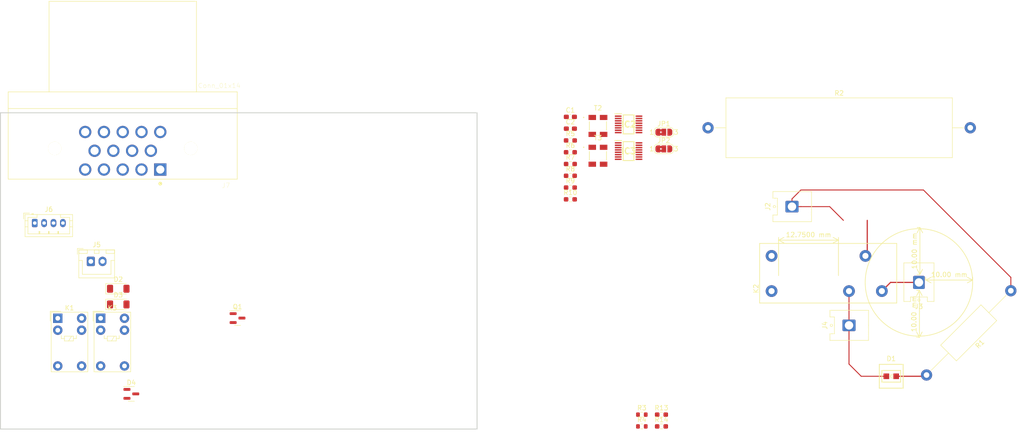
<source format=kicad_pcb>
(kicad_pcb (version 20221018) (generator pcbnew)
  (layers (0 "F.Cu" signal) (31 "B.Cu" signal) (34 "B.Paste" user) (35 "F.Paste" user) (36 "B.SilkS" user "B.Silkscreen") (37 "F.SilkS" user "F.Silkscreen") (38 "B.Mask" user) (39 "F.Mask" user) (44 "Edge.Cuts" user))
  (net 0 "")
  (net 1 "+3.3V")
  (net 2 "GND")
  (net 3 "/INT-")
  (net 4 "Net-(D1-A)")
  (net 5 "/AIR_B-")
  (net 6 "Net-(D2-A)")
  (net 7 "/MAIN_CONT")
  (net 8 "/AIR_B+")
  (net 9 "/FAN_OUT")
  (net 10 "/MOSI")
  (net 11 "/MISO")
  (net 12 "/SCK")
  (net 13 "/CS2")
  (net 14 "Net-(IC2-IM)")
  (net 15 "Net-(IC2-IP)")
  (net 16 "Net-(IC2-SLOW)")
  (net 17 "Net-(IC2-ICMP)")
  (net 18 "Net-(IC2-IBIAS)")
  (net 19 "/CS1")
  (net 20 "Net-(IC3-IM)")
  (net 21 "Net-(IC3-IP)")
  (net 22 "Net-(IC3-SLOW)")
  (net 23 "Net-(IC3-ICMP)")
  (net 24 "Net-(IC3-IBIAS)")
  (net 25 "/INT+")
  (net 26 "/B+")
  (net 30 "/PRECHARGE")
  (net 31 "+12V")
  (net 32 "/FAN")
  (net 34 "Net-(K2-Pad5)")
  (net 36 "Net-(Q1-B)")
  (net 37 "/IsoSpi/IsoSpi2+")
  (net 38 "/IsoSpi/IsoSpi2-")
  (net 39 "/IsoSpi/IsoSpi1+")
  (net 40 "/IsoSpi/IsoSpi1-")
  (footprint "Connector_Hirose:Hirose_DF63M-1P-3.96DSA_1x01_P3.96mm_Vertical" (layer "F.Cu") (at 250.75 84.7 90)
    (fp_text reference "J2" (at 0 -5.15 90) (layer "F.SilkS"))
    (fp_text value "Conn_01x01")
    (fp_line (start -3.21 -4.06) (end -1.79 -4.06) (stroke (width 0.12)) (layer "F.SilkS"))
    (fp_line (start -3.21 4.16) (end -3.21 -4.06) (stroke (width 0.12)) (layer "F.SilkS"))
    (fp_line (start -1.79 -4.06) (end -1.79 -3.11) (stroke (width 0.12)) (layer "F.SilkS"))
    (fp_line (start -1.79 -3.11) (end 0 -3.11) (stroke (width 0.12)) (layer "F.SilkS"))
    (fp_line (start 0 4.16) (end -3.21 4.16) (stroke (width 0.12)) (layer "F.SilkS"))
    (fp_line (start 0 4.16) (end 3.21 4.16) (stroke (width 0.12)) (layer "F.SilkS"))
    (fp_line (start 1.79 -4.06) (end 1.79 -3.11) (stroke (width 0.12)) (layer "F.SilkS"))
    (fp_line (start 1.79 -3.11) (end 0 -3.11) (stroke (width 0.12)) (layer "F.SilkS"))
    (fp_line (start 3.21 -4.06) (end 1.79 -4.06) (stroke (width 0.12)) (layer "F.SilkS"))
    (fp_line (start 3.21 4.16) (end 3.21 -4.06) (stroke (width 0.12)) (layer "F.SilkS"))
    (fp_circle (center 0 -3.75) (end 0.25 -3.75) (stroke (width 0.12)) (fill none) (layer "F.SilkS"))
    (pad "" np_thru_hole circle (at -1.5 3.25 90) (size 1.6 1.6) (drill 1.6) (layers "*.Cu" "*.Mask"))
    (pad "1" thru_hole roundrect (at 0 0 90) (size 2.46 2.8) (drill 1.8) (layers "*.Cu" "*.Mask") (roundrect_rratio 0.101626) (net 25 "/INT+"))
  )
  (footprint "Relay_THT:Relay_SPDT_Omron_G5V-1" (layer "F.Cu") (at 103.4425 108.4925)
    (fp_text reference "K3" (at 2.5 -2.2) (layer "F.SilkS"))
    (fp_text value "G5V-1")
    (fp_line (start -1.6 -1.5) (end 0.6 -1.5) (stroke (width 0.12)) (layer "F.SilkS"))
    (fp_line (start -1.6 0.6) (end -1.6 -1.5) (stroke (width 0.12)) (layer "F.SilkS"))
    (fp_line (start -1.4 -1.3) (end 6.4 -1.3) (stroke (width 0.12)) (layer "F.SilkS"))
    (fp_line (start -1.4 11.4) (end -1.4 -1.3) (stroke (width 0.12)) (layer "F.SilkS"))
    (fp_line (start 0.762 3.683) (end 0.762 4.318) (stroke (width 0.12)) (layer "F.SilkS"))
    (fp_line (start 0.762 4.318) (end 1.422 4.318) (stroke (width 0.12)) (layer "F.SilkS"))
    (fp_line (start 1.422 3.81) (end 1.422 4.826) (stroke (width 0.12)) (layer "F.SilkS"))
    (fp_line (start 1.422 4.826) (end 3.327 4.826) (stroke (width 0.12)) (layer "F.SilkS"))
    (fp_line (start 2.946 3.81) (end 2.311 4.826) (stroke (width 0.12)) (layer "F.SilkS"))
    (fp_line (start 3.327 3.81) (end 1.422 3.81) (stroke (width 0.12)) (layer "F.SilkS"))
    (fp_line (start 3.327 3.81) (end 3.327 4.826) (stroke (width 0.12)) (layer "F.SilkS"))
    (fp_line (start 3.962 3.683) (end 3.962 4.318) (stroke (width 0.12)) (layer "F.SilkS"))
    (fp_line (start 3.962 4.318) (end 3.327 4.318) (stroke (width 0.12)) (layer "F.SilkS"))
    (fp_line (start 6.4 -1.3) (end 6.4 11.4) (stroke (width 0.12)) (layer "F.SilkS"))
    (fp_line (start 6.4 11.4) (end -1.4 11.4) (stroke (width 0.12)) (layer "F.SilkS"))
    (pad "1" thru_hole rect (at 0 0) (size 2 2) (drill 1) (layers "*.Cu" "*.Mask"))
    (pad "2" thru_hole circle (at 0 2.54) (size 2 2) (drill 1) (layers "*.Cu" "*.Mask") (net 7 "/MAIN_CONT"))
    (pad "5" thru_hole circle (at 0 10.16) (size 2 2) (drill 1) (layers "*.Cu" "*.Mask") (net 8 "/AIR_B+"))
    (pad "6" thru_hole circle (at 5.08 10.16) (size 2 2) (drill 1) (layers "*.Cu" "*.Mask") (net 8 "/AIR_B+"))
    (pad "9" thru_hole circle (at 5.08 2.54) (size 2 2) (drill 1) (layers "*.Cu" "*.Mask") (net 2 "GND"))
    (pad "10" thru_hole circle (at 5.08 0) (size 2 2) (drill 1) (layers "*.Cu" "*.Mask") (net 5 "/AIR_B-"))
  )
  (footprint "AERO_Footprints:LPA-C011301S-x LED 0805 LIGHT PIPE SINGLE VERT SMD" (layer "F.Cu") (at 271.9 120.85)
    (fp_text reference "D1" (at 0 -3.75) (layer "F.SilkS"))
    (fp_text value "LED")
    (fp_line (start -2.54 -2.54) (end 2.54 -2.54) (stroke (width 0.18)) (layer "F.SilkS"))
    (fp_line (start -2.54 2.54) (end -2.54 -2.54) (stroke (width 0.18)) (layer "F.SilkS"))
    (fp_line (start -2 -1.25) (end 2 -1.25) (stroke (width 0.18)) (layer "F.SilkS"))
    (fp_line (start -2 1.25) (end -2 -1.25) (stroke (width 0.18)) (layer "F.SilkS"))
    (fp_line (start -0.25 -0.5) (end -0.25 0.5) (stroke (width 0.1)) (layer "F.SilkS"))
    (fp_line (start -0.25 0) (end 0.25 -0.5) (stroke (width 0.1)) (layer "F.SilkS"))
    (fp_line (start 0.25 -0.5) (end 0.25 0.5) (stroke (width 0.1)) (layer "F.SilkS"))
    (fp_line (start 0.25 0.5) (end -0.25 0) (stroke (width 0.1)) (layer "F.SilkS"))
    (fp_line (start 2 -1.25) (end 2 1.25) (stroke (width 0.18)) (layer "F.SilkS"))
    (fp_line (start 2 1.25) (end -2 1.25) (stroke (width 0.18)) (layer "F.SilkS"))
    (fp_line (start 2.54 -2.54) (end 2.54 2.54) (stroke (width 0.18)) (layer "F.SilkS"))
    (fp_line (start 2.54 2.54) (end -2.54 2.54) (stroke (width 0.18)) (layer "F.SilkS"))
    (pad "" np_thru_hole circle (at -1.89 -1.89) (size 1 1) (drill 1) (layers "*.Cu" "*.Mask"))
    (pad "" np_thru_hole circle (at 1.89 1.89) (size 1 1) (drill 1) (layers "*.Cu" "*.Mask"))
    (pad "1" smd rect (at -1.05 0) (size 1.2 1.2) (layers "F.Cu" "F.Paste" "F.Mask") (net 3 "/INT-"))
    (pad "2" smd rect (at 1.05 0) (size 1.2 1.2) (layers "F.Cu" "F.Paste" "F.Mask") (net 4 "Net-(D1-A)"))
  )
  (footprint "Resistor_SMD:R_0603_1608Metric_Pad0.98x0.95mm_HandSolder" (layer "F.Cu") (at 203.53 70.6)
    (fp_text reference "R5" (at 0 -1.43) (layer "F.SilkS"))
    (fp_text value "60")
    (fp_line (start -0.254724 -0.5225) (end 0.254724 -0.5225) (stroke (width 0.12)) (layer "F.SilkS"))
    (fp_line (start -0.254724 0.5225) (end 0.254724 0.5225) (stroke (width 0.12)) (layer "F.SilkS"))
    (pad "1" smd roundrect (at -0.9125 0) (size 0.975 0.95) (layers "F.Cu" "F.Paste" "F.Mask") (net 15 "Net-(IC2-IP)"))
    (pad "2" smd roundrect (at 0.9125 0) (size 0.975 0.95) (layers "F.Cu" "F.Paste" "F.Mask") (net 14 "Net-(IC2-IM)"))
  )
  (footprint "Resistor_SMD:R_0603_1608Metric_Pad0.98x0.95mm_HandSolder" (layer "F.Cu") (at 203.53 73.11)
    (fp_text reference "R6" (at 0 -1.43) (layer "F.SilkS"))
    (fp_text value "1k")
    (fp_line (start -0.254724 -0.5225) (end 0.254724 -0.5225) (stroke (width 0.12)) (layer "F.SilkS"))
    (fp_line (start -0.254724 0.5225) (end 0.254724 0.5225) (stroke (width 0.12)) (layer "F.SilkS"))
    (pad "1" smd roundrect (at -0.9125 0) (size 0.975 0.95) (layers "F.Cu" "F.Paste" "F.Mask") (net 18 "Net-(IC2-IBIAS)"))
    (pad "2" smd roundrect (at 0.9125 0) (size 0.975 0.95) (layers "F.Cu" "F.Paste" "F.Mask") (net 17 "Net-(IC2-ICMP)"))
  )
  (footprint "Package_TO_SOT_SMD:SOT-23" (layer "F.Cu") (at 109.9875 124.6)
    (fp_text reference "D4" (at 0 -2.4) (layer "F.SilkS"))
    (fp_text value "MMBZxx")
    (fp_line (start 0 -1.56) (end -1.675 -1.56) (stroke (width 0.12)) (layer "F.SilkS"))
    (fp_line (start 0 -1.56) (end 0.65 -1.56) (stroke (width 0.12)) (layer "F.SilkS"))
    (fp_line (start 0 1.56) (end -0.65 1.56) (stroke (width 0.12)) (layer "F.SilkS"))
    (fp_line (start 0 1.56) (end 0.65 1.56) (stroke (width 0.12)) (layer "F.SilkS"))
    (pad "1" smd roundrect (at -0.9375 -0.95) (size 1.475 0.6) (layers "F.Cu" "F.Paste" "F.Mask") (net 5 "/AIR_B-"))
    (pad "2" smd roundrect (at -0.9375 0.95) (size 1.475 0.6) (layers "F.Cu" "F.Paste" "F.Mask") (net 8 "/AIR_B+"))
    (pad "3" smd roundrect (at 0.9375 0) (size 1.475 0.6) (layers "F.Cu" "F.Paste" "F.Mask") (net 2 "GND"))
  )
  (footprint "Jumper:SolderJumper-3_P1.3mm_Bridged2Bar12_RoundedPad1.0x1.5mm_NumberLabels" (layer "F.Cu") (at 223.45 68.85)
    (fp_text reference "JP1" (at 0 -1.8) (layer "F.SilkS"))
    (fp_text value "Fast / Slow")
    (fp_text user "1" (at -2.6 0) (layer "F.SilkS"))
    (fp_text user "3" (at 2.6 0) (layer "F.SilkS"))
    (fp_poly (pts (xy -0.9 -0.6) (xy -0.4 -0.6) (xy -0.4 -0.2) (xy -0.9 -0.2)) (fill solid) (layer "F.Cu"))
    (fp_poly (pts (xy -0.9 0.2) (xy -0.4 0.2) (xy -0.4 0.6) (xy -0.9 0.6)) (fill solid) (layer "F.Cu"))
    (fp_line (start -2.05 0.3) (end -2.05 -0.3) (stroke (width 0.12)) (layer "F.SilkS"))
    (fp_line (start -1.4 -1) (end 1.4 -1) (stroke (width 0.12)) (layer "F.SilkS"))
    (fp_line (start 1.4 1) (end -1.4 1) (stroke (width 0.12)) (layer "F.SilkS"))
    (fp_line (start 2.05 -0.3) (end 2.05 0.3) (stroke (width 0.12)) (layer "F.SilkS"))
    (fp_arc (start -2.05 -0.3) (mid -1.844975 -0.794975) (end -1.35 -1) (stroke (width 0.12)) (layer "F.SilkS"))
    (fp_arc (start -1.35 1) (mid -1.844975 0.794975) (end -2.05 0.3) (stroke (width 0.12)) (layer "F.SilkS"))
    (fp_arc (start 1.35 -1) (mid 1.844975 -0.794975) (end 2.05 -0.3) (stroke (width 0.12)) (layer "F.SilkS"))
    (fp_arc (start 2.05 0.3) (mid 1.844975 0.794975) (end 1.35 1) (stroke (width 0.12)) (layer "F.SilkS"))
    (pad "1" smd custom (at -1.3 0) (size 1 0.5) (layers "F.Cu" "F.Mask") (net 16 "Net-(IC2-SLOW)") (options (clearance outline) (anchor rect)) (primitives (gr_circle (center 0 0.25) (end 0.5 0.25) (width 0) (fill yes)) (gr_circle (center 0 -0.25) (end 0.5 -0.25) (width 0) (fill yes)) (gr_poly (pts (xy 0.55 0.75) (xy 0 0.75) (xy 0 -0.75) (xy 0.55 -0.75)) (width 0) (fill yes))))
    (pad "2" smd rect (at 0 0) (size 1 1.5) (layers "F.Cu" "F.Mask") (net 1 "+3.3V"))
    (pad "3" smd custom (at 1.3 0) (size 1 0.5) (layers "F.Cu" "F.Mask") (net 2 "GND") (options (clearance outline) (anchor rect)) (primitives (gr_circle (center 0 0.25) (end 0.5 0.25) (width 0) (fill yes)) (gr_circle (center 0 -0.25) (end 0.5 -0.25) (width 0) (fill yes)) (gr_poly (pts (xy 0 0.75) (xy -0.55 0.75) (xy -0.55 -0.75) (xy 0 -0.75)) (width 0) (fill yes))))
  )
  (footprint "Connector_JST:JST_XH_B2B-XH-A_1x02_P2.50mm_Vertical" (layer "F.Cu") (at 101.35 96.375)
    (fp_text reference "J5" (at 1.25 -3.55) (layer "F.SilkS"))
    (fp_text value "Conn_01x02")
    (fp_line (start -2.85 -2.75) (end -2.85 -1.5) (stroke (width 0.12)) (layer "F.SilkS"))
    (fp_line (start -2.56 -2.46) (end -2.56 3.51) (stroke (width 0.12)) (layer "F.SilkS"))
    (fp_line (start -2.56 3.51) (end 5.06 3.51) (stroke (width 0.12)) (layer "F.SilkS"))
    (fp_line (start -2.55 -2.45) (end -2.55 -1.7) (stroke (width 0.12)) (layer "F.SilkS"))
    (fp_line (start -2.55 -1.7) (end -0.75 -1.7) (stroke (width 0.12)) (layer "F.SilkS"))
    (fp_line (start -2.55 -0.2) (end -1.8 -0.2) (stroke (width 0.12)) (layer "F.SilkS"))
    (fp_line (start -1.8 -0.2) (end -1.8 2.75) (stroke (width 0.12)) (layer "F.SilkS"))
    (fp_line (start -1.8 2.75) (end 1.25 2.75) (stroke (width 0.12)) (layer "F.SilkS"))
    (fp_line (start -1.6 -2.75) (end -2.85 -2.75) (stroke (width 0.12)) (layer "F.SilkS"))
    (fp_line (start -0.75 -2.45) (end -2.55 -2.45) (stroke (width 0.12)) (layer "F.SilkS"))
    (fp_line (start -0.75 -1.7) (end -0.75 -2.45) (stroke (width 0.12)) (layer "F.SilkS"))
    (fp_line (start 0.75 -2.45) (end 0.75 -1.7) (stroke (width 0.12)) (layer "F.SilkS"))
    (fp_line (start 0.75 -1.7) (end 1.75 -1.7) (stroke (width 0.12)) (layer "F.SilkS"))
    (fp_line (start 1.75 -2.45) (end 0.75 -2.45) (stroke (width 0.12)) (layer "F.SilkS"))
    (fp_line (start 1.75 -1.7) (end 1.75 -2.45) (stroke (width 0.12)) (layer "F.SilkS"))
    (fp_line (start 3.25 -2.45) (end 3.25 -1.7) (stroke (width 0.12)) (layer "F.SilkS"))
    (fp_line (start 3.25 -1.7) (end 5.05 -1.7) (stroke (width 0.12)) (layer "F.SilkS"))
    (fp_line (start 4.3 -0.2) (end 4.3 2.75) (stroke (width 0.12)) (layer "F.SilkS"))
    (fp_line (start 4.3 2.75) (end 1.25 2.75) (stroke (width 0.12)) (layer "F.SilkS"))
    (fp_line (start 5.05 -2.45) (end 3.25 -2.45) (stroke (width 0.12)) (layer "F.SilkS"))
    (fp_line (start 5.05 -1.7) (end 5.05 -2.45) (stroke (width 0.12)) (layer "F.SilkS"))
    (fp_line (start 5.05 -0.2) (end 4.3 -0.2) (stroke (width 0.12)) (layer "F.SilkS"))
    (fp_line (start 5.06 -2.46) (end -2.56 -2.46) (stroke (width 0.12)) (layer "F.SilkS"))
    (fp_line (start 5.06 3.51) (end 5.06 -2.46) (stroke (width 0.12)) (layer "F.SilkS"))
    (pad "1" thru_hole roundrect (at 0 0) (size 1.7 2) (drill 1) (layers "*.Cu" "*.Mask") (roundrect_rratio 0.147059) (net 9 "/FAN_OUT"))
    (pad "2" thru_hole oval (at 2.5 0) (size 1.7 2) (drill 1) (layers "*.Cu" "*.Mask") (net 2 "GND"))
  )
  (footprint "Diode_SMD:D_MiniMELF" (layer "F.Cu") (at 107.2 105.54)
    (fp_text reference "D3" (at 0 -2) (layer "F.SilkS"))
    (fp_text value "1N4148")
    (fp_line (start -2.66 -1.11) (end -2.66 1.11) (stroke (width 0.12)) (layer "F.SilkS"))
    (fp_line (start -2.66 1.11) (end 1.75 1.11) (stroke (width 0.12)) (layer "F.SilkS"))
    (fp_line (start 1.75 -1.11) (end -2.66 -1.11) (stroke (width 0.12)) (layer "F.SilkS"))
    (pad "1" smd roundrect (at -1.75 0) (size 1.3 1.7) (layers "F.Cu" "F.Paste" "F.Mask") (roundrect_rratio 0.1923076923) (net 7 "/MAIN_CONT"))
    (pad "2" smd roundrect (at 1.75 0) (size 1.3 1.7) (layers "F.Cu" "F.Paste" "F.Mask") (roundrect_rratio 0.1923076923) (net 2 "GND"))
  )
  (footprint "Resistor_SMD:R_0603_1608Metric" (layer "F.Cu") (at 218.76 129.02)
    (fp_text reference "R3" (at 0 -1.43) (layer "F.SilkS"))
    (fp_text value "10k")
    (fp_line (start -0.237258 -0.5225) (end 0.237258 -0.5225) (stroke (width 0.12)) (layer "F.SilkS"))
    (fp_line (start -0.237258 0.5225) (end 0.237258 0.5225) (stroke (width 0.12)) (layer "F.SilkS"))
    (pad "1" smd roundrect (at -0.825 0) (size 0.8 0.95) (layers "F.Cu" "F.Paste" "F.Mask") (net 36 "Net-(Q1-B)"))
    (pad "2" smd roundrect (at 0.825 0) (size 0.8 0.95) (layers "F.Cu" "F.Paste" "F.Mask") (net 30 "/PRECHARGE"))
  )
  (footprint "Relay_THT:Relay_SPDT_Omron_G5V-1" (layer "F.Cu") (at 94.3075 108.4925)
    (fp_text reference "K1" (at 2.5 -2.2) (layer "F.SilkS"))
    (fp_text value "G5V-1")
    (fp_line (start -1.6 -1.5) (end 0.6 -1.5) (stroke (width 0.12)) (layer "F.SilkS"))
    (fp_line (start -1.6 0.6) (end -1.6 -1.5) (stroke (width 0.12)) (layer "F.SilkS"))
    (fp_line (start -1.4 -1.3) (end 6.4 -1.3) (stroke (width 0.12)) (layer "F.SilkS"))
    (fp_line (start -1.4 11.4) (end -1.4 -1.3) (stroke (width 0.12)) (layer "F.SilkS"))
    (fp_line (start 0.762 3.683) (end 0.762 4.318) (stroke (width 0.12)) (layer "F.SilkS"))
    (fp_line (start 0.762 4.318) (end 1.422 4.318) (stroke (width 0.12)) (layer "F.SilkS"))
    (fp_line (start 1.422 3.81) (end 1.422 4.826) (stroke (width 0.12)) (layer "F.SilkS"))
    (fp_line (start 1.422 4.826) (end 3.327 4.826) (stroke (width 0.12)) (layer "F.SilkS"))
    (fp_line (start 2.946 3.81) (end 2.311 4.826) (stroke (width 0.12)) (layer "F.SilkS"))
    (fp_line (start 3.327 3.81) (end 1.422 3.81) (stroke (width 0.12)) (layer "F.SilkS"))
    (fp_line (start 3.327 3.81) (end 3.327 4.826) (stroke (width 0.12)) (layer "F.SilkS"))
    (fp_line (start 3.962 3.683) (end 3.962 4.318) (stroke (width 0.12)) (layer "F.SilkS"))
    (fp_line (start 3.962 4.318) (end 3.327 4.318) (stroke (width 0.12)) (layer "F.SilkS"))
    (fp_line (start 6.4 -1.3) (end 6.4 11.4) (stroke (width 0.12)) (layer "F.SilkS"))
    (fp_line (start 6.4 11.4) (end -1.4 11.4) (stroke (width 0.12)) (layer "F.SilkS"))
    (pad "1" thru_hole rect (at 0 0) (size 2 2) (drill 1) (layers "*.Cu" "*.Mask"))
    (pad "2" thru_hole circle (at 0 2.54) (size 2 2) (drill 1) (layers "*.Cu" "*.Mask") (net 31 "+12V"))
    (pad "5" thru_hole circle (at 0 10.16) (size 2 2) (drill 1) (layers "*.Cu" "*.Mask") (net 31 "+12V"))
    (pad "6" thru_hole circle (at 5.08 10.16) (size 2 2) (drill 1) (layers "*.Cu" "*.Mask") (net 31 "+12V"))
    (pad "9" thru_hole circle (at 5.08 2.54) (size 2 2) (drill 1) (layers "*.Cu" "*.Mask") (net 32 "/FAN"))
    (pad "10" thru_hole circle (at 5.08 0) (size 2 2) (drill 1) (layers "*.Cu" "*.Mask") (net 9 "/FAN_OUT"))
  )
  (footprint "Connector_Hirose:Hirose_DF63M-1P-3.96DSA_1x01_P3.96mm_Vertical" (layer "F.Cu") (at 277.8 100.85 180)
    (fp_text reference "J3" (at 0 -5.15) (layer "F.SilkS"))
    (fp_text value "Conn_01x01")
    (fp_line (start -3.21 -4.06) (end -1.79 -4.06) (stroke (width 0.12)) (layer "F.SilkS"))
    (fp_line (start -3.21 4.16) (end -3.21 -4.06) (stroke (width 0.12)) (layer "F.SilkS"))
    (fp_line (start -1.79 -4.06) (end -1.79 -3.11) (stroke (width 0.12)) (layer "F.SilkS"))
    (fp_line (start -1.79 -3.11) (end 0 -3.11) (stroke (width 0.12)) (layer "F.SilkS"))
    (fp_line (start 0 4.16) (end -3.21 4.16) (stroke (width 0.12)) (layer "F.SilkS"))
    (fp_line (start 0 4.16) (end 3.21 4.16) (stroke (width 0.12)) (layer "F.SilkS"))
    (fp_line (start 1.79 -4.06) (end 1.79 -3.11) (stroke (width 0.12)) (layer "F.SilkS"))
    (fp_line (start 1.79 -3.11) (end 0 -3.11) (stroke (width 0.12)) (layer "F.SilkS"))
    (fp_line (start 3.21 -4.06) (end 1.79 -4.06) (stroke (width 0.12)) (layer "F.SilkS"))
    (fp_line (start 3.21 4.16) (end 3.21 -4.06) (stroke (width 0.12)) (layer "F.SilkS"))
    (fp_circle (center 0 -3.75) (end 0.25 -3.75) (stroke (width 0.12)) (fill none) (layer "F.SilkS"))
    (pad "" np_thru_hole circle (at -1.5 3.25 180) (size 1.6 1.6) (drill 1.6) (layers "*.Cu" "*.Mask"))
    (pad "1" thru_hole roundrect (at 0 0 180) (size 2.46 2.8) (drill 1.8) (layers "*.Cu" "*.Mask") (roundrect_rratio 0.101626) (net 26 "/B+"))
  )
  (footprint "Resistor_THT:R_Axial_Power_L48.0mm_W12.5mm_P55.88mm" (layer "F.Cu") (at 232.86 67.9)
    (fp_text reference "R2" (at 27.94 -7.37) (layer "F.SilkS"))
    (fp_text value "5k")
    (fp_line (start 1.44 0) (end 3.82 0) (stroke (width 0.12)) (layer "F.SilkS"))
    (fp_line (start 3.82 -6.37) (end 3.82 6.37) (stroke (width 0.12)) (layer "F.SilkS"))
    (fp_line (start 3.82 6.37) (end 52.06 6.37) (stroke (width 0.12)) (layer "F.SilkS"))
    (fp_line (start 52.06 -6.37) (end 3.82 -6.37) (stroke (width 0.12)) (layer "F.SilkS"))
    (fp_line (start 52.06 6.37) (end 52.06 -6.37) (stroke (width 0.12)) (layer "F.SilkS"))
    (fp_line (start 54.44 0) (end 52.06 0) (stroke (width 0.12)) (layer "F.SilkS"))
    (pad "1" thru_hole circle (at 0 0) (size 2.4 2.4) (drill 1.2) (layers "*.Cu" "*.Mask") (net 25 "/INT+"))
    (pad "2" thru_hole oval (at 55.88 0) (size 2.4 2.4) (drill 1.2) (layers "*.Cu" "*.Mask") (net 34 "Net-(K2-Pad5)"))
  )
  (footprint "Resistor_SMD:R_0603_1608Metric_Pad0.98x0.95mm_HandSolder" (layer "F.Cu") (at 203.53 78.13)
    (fp_text reference "R8" (at 0 -1.43) (layer "F.SilkS"))
    (fp_text value "1k")
    (fp_line (start -0.254724 -0.5225) (end 0.254724 -0.5225) (stroke (width 0.12)) (layer "F.SilkS"))
    (fp_line (start -0.254724 0.5225) (end 0.254724 0.5225) (stroke (width 0.12)) (layer "F.SilkS"))
    (pad "1" smd roundrect (at -0.9125 0) (size 0.975 0.95) (layers "F.Cu" "F.Paste" "F.Mask") (net 24 "Net-(IC3-IBIAS)"))
    (pad "2" smd roundrect (at 0.9125 0) (size 0.975 0.95) (layers "F.Cu" "F.Paste" "F.Mask") (net 23 "Net-(IC3-ICMP)"))
  )
  (footprint "AERO_Footprints:SOP50P490X110-16N" (layer "F.Cu") (at 215.935 72.87)
    (fp_text reference "IC3" (at 0 0) (layer "F.SilkS") (effects (font (size 1.27 1.27) (thickness 0.254))))
    (fp_text value "LTC6820HMS#3ZZPBF" hide)
    (fp_line (start -2.925 -2.25) (end -1.5 -2.25) (stroke (width 0.2)) (layer "F.SilkS"))
    (fp_line (start -1.15 -2.02) (end 1.15 -2.02) (stroke (width 0.2)) (layer "F.SilkS"))
    (fp_line (start -1.15 2.02) (end -1.15 -2.02) (stroke (width 0.2)) (layer "F.SilkS"))
    (fp_line (start 1.15 -2.02) (end 1.15 2.02) (stroke (width 0.2)) (layer "F.SilkS"))
    (fp_line (start 1.15 2.02) (end -1.15 2.02) (stroke (width 0.2)) (layer "F.SilkS"))
    (pad "1" smd rect (at -2.212 -1.75 90) (size 0.3 1.425) (layers "F.Cu" "F.Paste" "F.Mask") (net 2 "GND"))
    (pad "2" smd rect (at -2.212 -1.25 90) (size 0.3 1.425) (layers "F.Cu" "F.Paste" "F.Mask") (net 10 "/MOSI"))
    (pad "3" smd rect (at -2.212 -0.75 90) (size 0.3 1.425) (layers "F.Cu" "F.Paste" "F.Mask") (net 11 "/MISO"))
    (pad "4" smd rect (at -2.212 -0.25 90) (size 0.3 1.425) (layers "F.Cu" "F.Paste" "F.Mask") (net 12 "/SCK"))
    (pad "5" smd rect (at -2.212 0.25 90) (size 0.3 1.425) (layers "F.Cu" "F.Paste" "F.Mask") (net 19 "/CS1"))
    (pad "6" smd rect (at -2.212 0.75 90) (size 0.3 1.425) (layers "F.Cu" "F.Paste" "F.Mask") (net 1 "+3.3V"))
    (pad "7" smd rect (at -2.212 1.25 90) (size 0.3 1.425) (layers "F.Cu" "F.Paste" "F.Mask") (net 2 "GND"))
    (pad "8" smd rect (at -2.212 1.75 90) (size 0.3 1.425) (layers "F.Cu" "F.Paste" "F.Mask") (net 2 "GND"))
    (pad "9" smd rect (at 2.212 1.75 90) (size 0.3 1.425) (layers "F.Cu" "F.Paste" "F.Mask") (net 1 "+3.3V"))
    (pad "10" smd rect (at 2.212 1.25 90) (size 0.3 1.425) (layers "F.Cu" "F.Paste" "F.Mask") (net 20 "Net-(IC3-IM)"))
    (pad "11" smd rect (at 2.212 0.75 90) (size 0.3 1.425) (layers "F.Cu" "F.Paste" "F.Mask") (net 21 "Net-(IC3-IP)"))
    (pad "12" smd rect (at 2.212 0.25 90) (size 0.3 1.425) (layers "F.Cu" "F.Paste" "F.Mask") (net 1 "+3.3V"))
    (pad "13" smd rect (at 2.212 -0.25 90) (size 0.3 1.425) (layers "F.Cu" "F.Paste" "F.Mask") (net 22 "Net-(IC3-SLOW)"))
    (pad "14" smd rect (at 2.212 -0.75 90) (size 0.3 1.425) (layers "F.Cu" "F.Paste" "F.Mask") (net 2 "GND"))
    (pad "15" smd rect (at 2.212 -1.25 90) (size 0.3 1.425) (layers "F.Cu" "F.Paste" "F.Mask") (net 23 "Net-(IC3-ICMP)"))
    (pad "16" smd rect (at 2.212 -1.75 90) (size 0.3 1.425) (layers "F.Cu" "F.Paste" "F.Mask") (net 24 "Net-(IC3-IBIAS)"))
  )
  (footprint "AERO_Footprints:SRF4532-220Y" (layer "F.Cu") (at 209.4054 67.5047)
    (fp_text reference "T2" (at 0 -3.81) (layer "F.SilkS"))
    (fp_text value "CoilCraft")
    (fp_line (start -1.8288 -0.92456) (end -1.8288 0.92456) (stroke (width 0.1524)) (layer "F.SilkS"))
    (fp_line (start 1.8288 0.92456) (end 1.8288 -0.92456) (stroke (width 0.1524)) (layer "F.SilkS"))
    (fp_circle (center -3.048 -1.8034) (end -2.9718 -1.8034) (stroke (width 0.1524)) (fill none) (layer "F.SilkS"))
    (pad "1" smd rect (at 1.2065 -1.8034) (size 1.6002 1.0922) (layers "F.Cu" "F.Paste" "F.Mask") (net 15 "Net-(IC2-IP)"))
    (pad "2" smd rect (at 1.2065 1.8034) (size 1.6002 1.0922) (layers "F.Cu" "F.Paste" "F.Mask") (net 14 "Net-(IC2-IM)"))
    (pad "3" smd rect (at -1.2065 -1.8034) (size 1.6002 1.0922) (layers "F.Cu" "F.Paste" "F.Mask") (net 38 "/IsoSpi/IsoSpi2-"))
    (pad "4" smd rect (at -1.2065 1.8034) (size 1.6002 1.0922) (layers "F.Cu" "F.Paste" "F.Mask") (net 37 "/IsoSpi/IsoSpi2+"))
  )
  (footprint "Capacitor_SMD:C_0603_1608Metric_Pad1.08x0.95mm_HandSolder" (layer "F.Cu") (at 203.53 68.09)
    (fp_text reference "C2" (at 0 -1.43) (layer "F.SilkS"))
    (fp_text value "0.01u")
    (fp_line (start -0.146267 -0.51) (end 0.146267 -0.51) (stroke (width 0.12)) (layer "F.SilkS"))
    (fp_line (start -0.146267 0.51) (end 0.146267 0.51) (stroke (width 0.12)) (layer "F.SilkS"))
    (pad "1" smd roundrect (at -0.8625 0) (size 1.075 0.95) (layers "F.Cu" "F.Paste" "F.Mask") (net 1 "+3.3V"))
    (pad "2" smd roundrect (at 0.8625 0) (size 1.075 0.95) (layers "F.Cu" "F.Paste" "F.Mask") (net 2 "GND"))
  )
  (footprint "AERO_Footprints:SRF4532-220Y" (layer "F.Cu") (at 209.4054 73.8641)
    (fp_text reference "T3" (at 0 -3.81) (layer "F.SilkS"))
    (fp_text value "CoilCraft")
    (fp_line (start -1.8288 -0.92456) (end -1.8288 0.92456) (stroke (width 0.1524)) (layer "F.SilkS"))
    (fp_line (start 1.8288 0.92456) (end 1.8288 -0.92456) (stroke (width 0.1524)) (layer "F.SilkS"))
    (fp_circle (center -3.048 -1.8034) (end -2.9718 -1.8034) (stroke (width 0.1524)) (fill none) (layer "F.SilkS"))
    (pad "1" smd rect (at 1.2065 -1.8034) (size 1.6002 1.0922) (layers "F.Cu" "F.Paste" "F.Mask") (net 21 "Net-(IC3-IP)"))
    (pad "2" smd rect (at 1.2065 1.8034) (size 1.6002 1.0922) (layers "F.Cu" "F.Paste" "F.Mask") (net 20 "Net-(IC3-IM)"))
    (pad "3" smd rect (at -1.2065 -1.8034) (size 1.6002 1.0922) (layers "F.Cu" "F.Paste" "F.Mask") (net 40 "/IsoSpi/IsoSpi1-"))
    (pad "4" smd rect (at -1.2065 1.8034) (size 1.6002 1.0922) (layers "F.Cu" "F.Paste" "F.Mask") (net 39 "/IsoSpi/IsoSpi1+"))
  )
  (footprint "Connector_Hirose:Hirose_DF63M-1P-3.96DSA_1x01_P3.96mm_Vertical" (layer "F.Cu") (at 262.9 110 90)
    (fp_text reference "J4" (at 0 -5.15 90) (layer "F.SilkS"))
    (fp_text value "Conn_01x01")
    (fp_line (start -3.21 -4.06) (end -1.79 -4.06) (stroke (width 0.12)) (layer "F.SilkS"))
    (fp_line (start -3.21 4.16) (end -3.21 -4.06) (stroke (width 0.12)) (layer "F.SilkS"))
    (fp_line (start -1.79 -4.06) (end -1.79 -3.11) (stroke (width 0.12)) (layer "F.SilkS"))
    (fp_line (start -1.79 -3.11) (end 0 -3.11) (stroke (width 0.12)) (layer "F.SilkS"))
    (fp_line (start 0 4.16) (end -3.21 4.16) (stroke (width 0.12)) (layer "F.SilkS"))
    (fp_line (start 0 4.16) (end 3.21 4.16) (stroke (width 0.12)) (layer "F.SilkS"))
    (fp_line (start 1.79 -4.06) (end 1.79 -3.11) (stroke (width 0.12)) (layer "F.SilkS"))
    (fp_line (start 1.79 -3.11) (end 0 -3.11) (stroke (width 0.12)) (layer "F.SilkS"))
    (fp_line (start 3.21 -4.06) (end 1.79 -4.06) (stroke (width 0.12)) (layer "F.SilkS"))
    (fp_line (start 3.21 4.16) (end 3.21 -4.06) (stroke (width 0.12)) (layer "F.SilkS"))
    (fp_circle (center 0 -3.75) (end 0.25 -3.75) (stroke (width 0.12)) (fill none) (layer "F.SilkS"))
    (pad "" np_thru_hole circle (at -1.5 3.25 90) (size 1.6 1.6) (drill 1.6) (layers "*.Cu" "*.Mask"))
    (pad "1" thru_hole roundrect (at 0 0 90) (size 2.46 2.8) (drill 1.8) (layers "*.Cu" "*.Mask") (roundrect_rratio 0.101626) (net 3 "/INT-"))
  )
  (footprint "AERO_Footprints:SOP50P490X110-16N" (layer "F.Cu") (at 215.935 67.175)
    (fp_text reference "IC2" (at 0 0) (layer "F.SilkS") (effects (font (size 1.27 1.27) (thickness 0.254))))
    (fp_text value "LTC6820HMS#3ZZPBF" hide)
    (fp_line (start -2.925 -2.25) (end -1.5 -2.25) (stroke (width 0.2)) (layer "F.SilkS"))
    (fp_line (start -1.15 -2.02) (end 1.15 -2.02) (stroke (width 0.2)) (layer "F.SilkS"))
    (fp_line (start -1.15 2.02) (end -1.15 -2.02) (stroke (width 0.2)) (layer "F.SilkS"))
    (fp_line (start 1.15 -2.02) (end 1.15 2.02) (stroke (width 0.2)) (layer "F.SilkS"))
    (fp_line (start 1.15 2.02) (end -1.15 2.02) (stroke (width 0.2)) (layer "F.SilkS"))
    (pad "1" smd rect (at -2.212 -1.75 90) (size 0.3 1.425) (layers "F.Cu" "F.Paste" "F.Mask") (net 2 "GND"))
    (pad "2" smd rect (at -2.212 -1.25 90) (size 0.3 1.425) (layers "F.Cu" "F.Paste" "F.Mask") (net 10 "/MOSI"))
    (pad "3" smd rect (at -2.212 -0.75 90) (size 0.3 1.425) (layers "F.Cu" "F.Paste" "F.Mask") (net 11 "/MISO"))
    (pad "4" smd rect (at -2.212 -0.25 90) (size 0.3 1.425) (layers "F.Cu" "F.Paste" "F.Mask") (net 12 "/SCK"))
    (pad "5" smd rect (at -2.212 0.25 90) (size 0.3 1.425) (layers "F.Cu" "F.Paste" "F.Mask") (net 13 "/CS2"))
    (pad "6" smd rect (at -2.212 0.75 90) (size 0.3 1.425) (layers "F.Cu" "F.Paste" "F.Mask") (net 1 "+3.3V"))
    (pad "7" smd rect (at -2.212 1.25 90) (size 0.3 1.425) (layers "F.Cu" "F.Paste" "F.Mask") (net 1 "+3.3V"))
    (pad "8" smd rect (at -2.212 1.75 90) (size 0.3 1.425) (layers "F.Cu" "F.Paste" "F.Mask") (net 1 "+3.3V"))
    (pad "9" smd rect (at 2.212 1.75 90) (size 0.3 1.425) (layers "F.Cu" "F.Paste" "F.Mask") (net 1 "+3.3V"))
    (pad "10" smd rect (at 2.212 1.25 90) (size 0.3 1.425) (layers "F.Cu" "F.Paste" "F.Mask") (net 14 "Net-(IC2-IM)"))
    (pad "11" smd rect (at 2.212 0.75 90) (size 0.3 1.425) (layers "F.Cu" "F.Paste" "F.Mask") (net 15 "Net-(IC2-IP)"))
    (pad "12" smd rect (at 2.212 0.25 90) (size 0.3 1.425) (layers "F.Cu" "F.Paste" "F.Mask") (net 1 "+3.3V"))
    (pad "13" smd rect (at 2.212 -0.25 90) (size 0.3 1.425) (layers "F.Cu" "F.Paste" "F.Mask") (net 16 "Net-(IC2-SLOW)"))
    (pad "14" smd rect (at 2.212 -0.75 90) (size 0.3 1.425) (layers "F.Cu" "F.Paste" "F.Mask") (net 2 "GND"))
    (pad "15" smd rect (at 2.212 -1.25 90) (size 0.3 1.425) (layers "F.Cu" "F.Paste" "F.Mask") (net 17 "Net-(IC2-ICMP)"))
    (pad "16" smd rect (at 2.212 -1.75 90) (size 0.3 1.425) (layers "F.Cu" "F.Paste" "F.Mask") (net 18 "Net-(IC2-IBIAS)"))
  )
  (footprint "Resistor_SMD:R_0603_1608Metric" (layer "F.Cu") (at 218.76 131.53)
    (fp_text reference "R4" (at 0 -1.43) (layer "F.SilkS"))
    (fp_text value "2k")
    (fp_line (start -0.237258 -0.5225) (end 0.237258 -0.5225) (stroke (width 0.12)) (layer "F.SilkS"))
    (fp_line (start -0.237258 0.5225) (end 0.237258 0.5225) (stroke (width 0.12)) (layer "F.SilkS"))
    (pad "1" smd roundrect (at -0.825 0) (size 0.8 0.95) (layers "F.Cu" "F.Paste" "F.Mask") (net 2 "GND"))
    (pad "2" smd roundrect (at 0.825 0) (size 0.8 0.95) (layers "F.Cu" "F.Paste" "F.Mask") (net 30 "/PRECHARGE"))
  )
  (footprint "Connector_JST:JST_PH_B4B-PH-K_1x04_P2.00mm_Vertical" (layer "F.Cu") (at 89.4 88.2)
    (fp_text reference "J6" (at 3 -2.9) (layer "F.SilkS"))
    (fp_text value "JST PH")
    (fp_line (start -2.36 -2.11) (end -2.36 -0.86) (stroke (width 0.12)) (layer "F.SilkS"))
    (fp_line (start -2.06 -1.81) (end -2.06 2.91) (stroke (width 0.12)) (layer "F.SilkS"))
    (fp_line (start -2.06 -0.5) (end -1.45 -0.5) (stroke (width 0.12)) (layer "F.SilkS"))
    (fp_line (start -2.06 0.8) (end -1.45 0.8) (stroke (width 0.12)) (layer "F.SilkS"))
    (fp_line (start -2.06 2.91) (end 8.06 2.91) (stroke (width 0.12)) (layer "F.SilkS"))
    (fp_line (start -1.45 -1.2) (end -1.45 2.3) (stroke (width 0.12)) (layer "F.SilkS"))
    (fp_line (start -1.45 2.3) (end 7.45 2.3) (stroke (width 0.12)) (layer "F.SilkS"))
    (fp_line (start -1.11 -2.11) (end -2.36 -2.11) (stroke (width 0.12)) (layer "F.SilkS"))
    (fp_line (start -0.6 -2.01) (end -0.6 -1.81) (stroke (width 0.12)) (layer "F.SilkS"))
    (fp_line (start -0.3 -2.01) (end -0.6 -2.01) (stroke (width 0.12)) (layer "F.SilkS"))
    (fp_line (start -0.3 -1.91) (end -0.6 -1.91) (stroke (width 0.12)) (layer "F.SilkS"))
    (fp_line (start -0.3 -1.81) (end -0.3 -2.01) (stroke (width 0.12)) (layer "F.SilkS"))
    (fp_line (start 0.5 -1.81) (end 0.5 -1.2) (stroke (width 0.12)) (layer "F.SilkS"))
    (fp_line (start 0.5 -1.2) (end -1.45 -1.2) (stroke (width 0.12)) (layer "F.SilkS"))
    (fp_line (start 0.9 1.8) (end 1.1 1.8) (stroke (width 0.12)) (layer "F.SilkS"))
    (fp_line (start 0.9 2.3) (end 0.9 1.8) (stroke (width 0.12)) (layer "F.SilkS"))
    (fp_line (start 1 2.3) (end 1 1.8) (stroke (width 0.12)) (layer "F.SilkS"))
    (fp_line (start 1.1 1.8) (end 1.1 2.3) (stroke (width 0.12)) (layer "F.SilkS"))
    (fp_line (start 2.9 1.8) (end 3.1 1.8) (stroke (width 0.12)) (layer "F.SilkS"))
    (fp_line (start 2.9 2.3) (end 2.9 1.8) (stroke (width 0.12)) (layer "F.SilkS"))
    (fp_line (start 3 2.3) (end 3 1.8) (stroke (width 0.12)) (layer "F.SilkS"))
    (fp_line (start 3.1 1.8) (end 3.1 2.3) (stroke (width 0.12)) (layer "F.SilkS"))
    (fp_line (start 4.9 1.8) (end 5.1 1.8) (stroke (width 0.12)) (layer "F.SilkS"))
    (fp_line (start 4.9 2.3) (end 4.9 1.8) (stroke (width 0.12)) (layer "F.SilkS"))
    (fp_line (start 5 2.3) (end 5 1.8) (stroke (width 0.12)) (layer "F.SilkS"))
    (fp_line (start 5.1 1.8) (end 5.1 2.3) (stroke (width 0.12)) (layer "F.SilkS"))
    (fp_line (start 5.5 -1.2) (end 5.5 -1.81) (stroke (width 0.12)) (layer "F.SilkS"))
    (fp_line (start 7.45 -1.2) (end 5.5 -1.2) (stroke (width 0.12)) (layer "F.SilkS"))
    (fp_line (start 7.45 2.3) (end 7.45 -1.2) (stroke (width 0.12)) (layer "F.SilkS"))
    (fp_line (start 8.06 -1.81) (end -2.06 -1.81) (stroke (width 0.12)) (layer "F.SilkS"))
    (fp_line (start 8.06 -0.5) (end 7.45 -0.5) (stroke (width 0.12)) (layer "F.SilkS"))
    (fp_line (start 8.06 0.8) (end 7.45 0.8) (stroke (width 0.12)) (layer "F.SilkS"))
    (fp_line (start 8.06 2.91) (end 8.06 -1.81) (stroke (width 0.12)) (layer "F.SilkS"))
    (pad "1" thru_hole roundrect (at 0 0) (size 1.2 1.75) (drill 0.75) (layers "*.Cu" "*.Mask") (roundrect_rratio 0.208333) (net 5 "/AIR_B-"))
    (pad "2" thru_hole oval (at 2 0) (size 1.2 1.75) (drill 0.75) (layers "*.Cu" "*.Mask") (net 8 "/AIR_B+"))
    (pad "3" thru_hole oval (at 4 0) (size 1.2 1.75) (drill 0.75) (layers "*.Cu" "*.Mask") (net 2 "GND"))
    (pad "4" thru_hole oval (at 6 0) (size 1.2 1.75) (drill 0.75) (layers "*.Cu" "*.Mask") (net 2 "GND"))
  )
  (footprint "Resistor_SMD:R_0603_1608Metric_Pad0.98x0.95mm_HandSolder" (layer "F.Cu") (at 203.53 83.15)
    (fp_text reference "R10" (at 0 -1.43) (layer "F.SilkS"))
    (fp_text value "60")
    (fp_line (start -0.254724 -0.5225) (end 0.254724 -0.5225) (stroke (width 0.12)) (layer "F.SilkS"))
    (fp_line (start -0.254724 0.5225) (end 0.254724 0.5225) (stroke (width 0.12)) (layer "F.SilkS"))
    (pad "1" smd roundrect (at -0.9125 0) (size 0.975 0.95) (layers "F.Cu" "F.Paste" "F.Mask") (net 21 "Net-(IC3-IP)"))
    (pad "2" smd roundrect (at 0.9125 0) (size 0.975 0.95) (layers "F.Cu" "F.Paste" "F.Mask") (net 20 "Net-(IC3-IM)"))
  )
  (footprint "Resistor_THT:R_Axial_DIN0414_L11.9mm_D4.5mm_P25.40mm_Horizontal" (layer "F.Cu") (at 297.380256 102.619744 -135)
    (fp_text reference "R1" (at 12.7 -3.37 45) (layer "F.SilkS"))
    (fp_text value "1.5k")
    (fp_line (start 1.44 0) (end 6.63 0) (stroke (width 0.12)) (layer "F.SilkS"))
    (fp_line (start 6.63 -2.37) (end 6.63 2.37) (stroke (width 0.12)) (layer "F.SilkS"))
    (fp_line (start 6.63 2.37) (end 18.77 2.37) (stroke (width 0.12)) (layer "F.SilkS"))
    (fp_line (start 18.77 -2.37) (end 6.63 -2.37) (stroke (width 0.12)) (layer "F.SilkS"))
    (fp_line (start 18.77 2.37) (end 18.77 -2.37) (stroke (width 0.12)) (layer "F.SilkS"))
    (fp_line (start 23.96 0) (end 18.77 0) (stroke (width 0.12)) (layer "F.SilkS"))
    (pad "1" thru_hole circle (at 0 0 225) (size 2.4 2.4) (drill 1.2) (layers "*.Cu" "*.Mask") (net 25 "/INT+"))
    (pad "2" thru_hole oval (at 25.4 0 225) (size 2.4 2.4) (drill 1.2) (layers "*.Cu" "*.Mask") (net 4 "Net-(D1-A)"))
  )
  (footprint "AERO_Footprints:G2RL" (layer "F.Cu") (at 259.1 98.89)
    (fp_text reference "K2" (at -16.002 3.302 90) (layer "F.SilkS"))
    (fp_text value "G2RL")
    (fp_line (start -15.24 -6.35) (end 13.97 -6.35) (stroke (width 0.15)) (layer "F.SilkS"))
    (fp_line (start -15.24 6.35) (end -15.24 -6.35) (stroke (width 0.15)) (layer "F.SilkS"))
    (fp_line (start 13.97 -6.35) (end 13.97 6.35) (stroke (width 0.15)) (layer "F.SilkS"))
    (fp_line (start 13.97 6.35) (end -15.24 6.35) (stroke (width 0.15)) (layer "F.SilkS"))
    (pad "1" thru_hole circle (at 3.8 3.81) (size 2.5 2.5) (drill 1.3) (layers "*.Cu" "*.Mask") (net 3 "/INT-"))
    (pad "2" thru_hole circle (at -12.7 -3.69) (size 2.5 2.5) (drill 1.3) (layers "*.Cu" "*.Mask") (net 5 "/AIR_B-"))
    (pad "5" thru_hole circle (at 7.3 -3.69) (size 2.5 2.5) (drill 1.3) (layers "*.Cu" "*.Mask") (net 34 "Net-(K2-Pad5)"))
    (pad "9" thru_hole circle (at -12.7 3.81) (size 2.5 2.5) (drill 1.3) (layers "*.Cu" "*.Mask") (net 6 "Net-(D2-A)"))
    (pad "10" thru_hole circle (at 10.8 3.81) (size 2.5 2.5) (drill 1.3) (layers "*.Cu" "*.Mask") (net 26 "/B+"))
  )
  (footprint "Package_TO_SOT_SMD:SOT-23" (layer "F.Cu") (at 132.6125 108.45)
    (fp_text reference "Q1" (at 0 -2.4) (layer "F.SilkS"))
    (fp_text value "MMBT2222A")
    (fp_line (start 0 -1.56) (end -1.675 -1.56) (stroke (width 0.12)) (layer "F.SilkS"))
    (fp_line (start 0 -1.56) (end 0.65 -1.56) (stroke (width 0.12)) (layer "F.SilkS"))
    (fp_line (start 0 1.56) (end -0.65 1.56) (stroke (width 0.12)) (layer "F.SilkS"))
    (fp_line (start 0 1.56) (end 0.65 1.56) (stroke (width 0.12)) (layer "F.SilkS"))
    (pad "1" smd roundrect (at -0.9375 -0.95) (size 1.475 0.6) (layers "F.Cu" "F.Paste" "F.Mask") (net 36 "Net-(Q1-B)"))
    (pad "2" smd roundrect (at -0.9375 0.95) (size 1.475 0.6) (layers "F.Cu" "F.Paste" "F.Mask") (net 2 "GND"))
    (pad "3" smd roundrect (at 0.9375 0) (size 1.475 0.6) (layers "F.Cu" "F.Paste" "F.Mask") (net 6 "Net-(D2-A)"))
  )
  (footprint "Resistor_SMD:R_0603_1608Metric_Pad0.98x0.95mm_HandSolder" (layer "F.Cu") (at 203.53 75.62)
    (fp_text reference "R7" (at 0 -1.43) (layer "F.SilkS"))
    (fp_text value "1k")
    (fp_line (start -0.254724 -0.5225) (end 0.254724 -0.5225) (stroke (width 0.12)) (layer "F.SilkS"))
    (fp_line (start -0.254724 0.5225) (end 0.254724 0.5225) (stroke (width 0.12)) (layer "F.SilkS"))
    (pad "1" smd roundrect (at -0.9125 0) (size 0.975 0.95) (layers "F.Cu" "F.Paste" "F.Mask") (net 17 "Net-(IC2-ICMP)"))
    (pad "2" smd roundrect (at 0.9125 0) (size 0.975 0.95) (layers "F.Cu" "F.Paste" "F.Mask") (net 2 "GND"))
  )
  (footprint "Resistor_SMD:R_0603_1608Metric_Pad0.98x0.95mm_HandSolder" (layer "F.Cu") (at 203.53 80.64)
    (fp_text reference "R9" (at 0 -1.43) (layer "F.SilkS"))
    (fp_text value "1k")
    (fp_line (start -0.254724 -0.5225) (end 0.254724 -0.5225) (stroke (width 0.12)) (layer "F.SilkS"))
    (fp_line (start -0.254724 0.5225) (end 0.254724 0.5225) (stroke (width 0.12)) (layer "F.SilkS"))
    (pad "1" smd roundrect (at -0.9125 0) (size 0.975 0.95) (layers "F.Cu" "F.Paste" "F.Mask") (net 23 "Net-(IC3-ICMP)"))
    (pad "2" smd roundrect (at 0.9125 0) (size 0.975 0.95) (layers "F.Cu" "F.Paste" "F.Mask") (net 2 "GND"))
  )
  (footprint "Jumper:SolderJumper-3_P1.3mm_Bridged2Bar12_RoundedPad1.0x1.5mm_NumberLabels" (layer "F.Cu") (at 223.45 72.4)
    (fp_text reference "JP2" (at 0 -1.8) (layer "F.SilkS"))
    (fp_text value "Fast / Slow")
    (fp_text user "1" (at -2.6 0) (layer "F.SilkS"))
    (fp_text user "3" (at 2.6 0) (layer "F.SilkS"))
    (fp_poly (pts (xy -0.9 -0.6) (xy -0.4 -0.6) (xy -0.4 -0.2) (xy -0.9 -0.2)) (fill solid) (layer "F.Cu"))
    (fp_poly (pts (xy -0.9 0.2) (xy -0.4 0.2) (xy -0.4 0.6) (xy -0.9 0.6)) (fill solid) (layer "F.Cu"))
    (fp_line (start -2.05 0.3) (end -2.05 -0.3) (stroke (width 0.12)) (layer "F.SilkS"))
    (fp_line (start -1.4 -1) (end 1.4 -1) (stroke (width 0.12)) (layer "F.SilkS"))
    (fp_line (start 1.4 1) (end -1.4 1) (stroke (width 0.12)) (layer "F.SilkS"))
    (fp_line (start 2.05 -0.3) (end 2.05 0.3) (stroke (width 0.12)) (layer "F.SilkS"))
    (fp_arc (start -2.05 -0.3) (mid -1.844975 -0.794975) (end -1.35 -1) (stroke (width 0.12)) (layer "F.SilkS"))
    (fp_arc (start -1.35 1) (mid -1.844975 0.794975) (end -2.05 0.3) (stroke (width 0.12)) (layer "F.SilkS"))
    (fp_arc (start 1.35 -1) (mid 1.844975 -0.794975) (end 2.05 -0.3) (stroke (width 0.12)) (layer "F.SilkS"))
    (fp_arc (start 2.05 0.3) (mid 1.844975 0.794975) (end 1.35 1) (stroke (width 0.12)) (layer "F.SilkS"))
    (pad "1" smd custom (at -1.3 0) (size 1 0.5) (layers "F.Cu" "F.Mask") (net 22 "Net-(IC3-SLOW)") (options (clearance outline) (anchor rect)) (primitives (gr_circle (center 0 0.25) (end 0.5 0.25) (width 0) (fill yes)) (gr_circle (center 0 -0.25) (end 0.5 -0.25) (width 0) (fill yes)) (gr_poly (pts (xy 0.55 0.75) (xy 0 0.75) (xy 0 -0.75) (xy 0.55 -0.75)) (width 0) (fill yes))))
    (pad "2" smd rect (at 0 0) (size 1 1.5) (layers "F.Cu" "F.Mask") (net 1 "+3.3V"))
    (pad "3" smd custom (at 1.3 0) (size 1 0.5) (layers "F.Cu" "F.Mask") (net 2 "GND") (options (clearance outline) (anchor rect)) (primitives (gr_circle (center 0 0.25) (end 0.5 0.25) (width 0) (fill yes)) (gr_circle (center 0 -0.25) (end 0.5 -0.25) (width 0) (fill yes)) (gr_poly (pts (xy 0 0.75) (xy -0.55 0.75) (xy -0.55 -0.75) (xy 0 -0.75)) (width 0) (fill yes))))
  )
  (footprint "Diode_SMD:D_MiniMELF" (layer "F.Cu") (at 107.2 102.2)
    (fp_text reference "D2" (at 0 -2) (layer "F.SilkS"))
    (fp_text value "1N4148")
    (fp_line (start -2.66 -1.11) (end -2.66 1.11) (stroke (width 0.12)) (layer "F.SilkS"))
    (fp_line (start -2.66 1.11) (end 1.75 1.11) (stroke (width 0.12)) (layer "F.SilkS"))
    (fp_line (start 1.75 -1.11) (end -2.66 -1.11) (stroke (width 0.12)) (layer "F.SilkS"))
    (pad "1" smd roundrect (at -1.75 0) (size 1.3 1.7) (layers "F.Cu" "F.Paste" "F.Mask") (roundrect_rratio 0.1923076923) (net 5 "/AIR_B-"))
    (pad "2" smd roundrect (at 1.75 0) (size 1.3 1.7) (layers "F.Cu" "F.Paste" "F.Mask") (roundrect_rratio 0.1923076923) (net 6 "Net-(D2-A)"))
  )
  (footprint "Resistor_SMD:R_0603_1608Metric_Pad0.98x0.95mm_HandSolder" (layer "F.Cu") (at 222.94 131.53)
    (fp_text reference "R14" (at 0 -1.43) (layer "F.SilkS"))
    (fp_text value "5k")
    (fp_line (start -0.254724 -0.5225) (end 0.254724 -0.5225) (stroke (width 0.12)) (layer "F.SilkS"))
    (fp_line (start -0.254724 0.5225) (end 0.254724 0.5225) (stroke (width 0.12)) (layer "F.SilkS"))
    (pad "1" smd roundrect (at -0.9125 0) (size 0.975 0.95) (layers "F.Cu" "F.Paste" "F.Mask") (net 1 "+3.3V"))
    (pad "2" smd roundrect (at 0.9125 0) (size 0.975 0.95) (layers "F.Cu" "F.Paste" "F.Mask") (net 13 "/CS2"))
  )
  (footprint "AERO_Footprints:TE_1-776266-1_14pin_Horizontal" (layer "F.Cu") (at 108.15 72.8 180)
    (fp_text reference "J7" (at -22.0027 -7.39933) (layer "F.SilkS") (effects (font (size 1.00194 1.00194) (thickness 0.05))))
    (fp_text value "Conn_01x14" (at -20.5865 13.8727) (layer "F.SilkS") (effects (font (size 1.00056 1.00056) (thickness 0.05))))
    (fp_line (start -24.4 -6.05) (end -24.4 9) (stroke (width 0.127)) (layer "F.SilkS"))
    (fp_line (start -24.4 -6.05) (end 24.4 -6.05) (stroke (width 0.127)) (layer "F.SilkS"))
    (fp_line (start -24.4 9) (end 24.4 9) (stroke (width 0.127)) (layer "F.SilkS"))
    (fp_line (start -24.4 12.55) (end -24.4 9) (stroke (width 0.127)) (layer "F.SilkS"))
    (fp_line (start -24.4 12.55) (end -15.7 12.55) (stroke (width 0.127)) (layer "F.SilkS"))
    (fp_line (start -15.7 12.55) (end -15.7 31.85) (stroke (width 0.127)) (layer "F.SilkS"))
    (fp_line (start -15.7 12.55) (end 15.7 12.55) (stroke (width 0.127)) (layer "F.SilkS"))
    (fp_line (start -15.7 31.85) (end 15.7 31.85) (stroke (width 0.127)) (layer "F.SilkS"))
    (fp_line (start 15.7 12.55) (end 24.4 12.55) (stroke (width 0.127)) (layer "F.SilkS"))
    (fp_line (start 15.7 31.85) (end 15.7 12.55) (stroke (width 0.127)) (layer "F.SilkS"))
    (fp_line (start 24.4 9) (end 24.4 -6.05) (stroke (width 0.127)) (layer "F.SilkS"))
    (fp_line (start 24.4 9) (end 24.4 12.55) (stroke (width 0.127)) (layer "F.SilkS"))
    (fp_circle (center -8 -7) (end -7.8 -7) (stroke (width 0.4)) (fill none) (layer "F.SilkS"))
    (pad "" np_thru_hole circle (at -14.5 0.5 180) (size 2.85 2.85) (drill 2.85) (layers "*.Cu" "*.Mask" "F.SilkS"))
    (pad "" np_thru_hole circle (at 14.5 0.5 180) (size 2.85 2.85) (drill 2.85) (layers "*.Cu" "*.Mask" "F.SilkS"))
    (pad "1" thru_hole rect (at -8 -4 180) (size 2.625 2.625) (drill 1.75) (layers "*.Cu" "*.Mask"))
    (pad "2" thru_hole circle (at -4 -4 180) (size 2.625 2.625) (drill 1.75) (layers "*.Cu" "*.Mask"))
    (pad "3" thru_hole circle (at 0 -4 180) (size 2.625 2.625) (drill 1.75) (layers "*.Cu" "*.Mask"))
    (pad "4" thru_hole circle (at 4 -4 180) (size 2.625 2.625) (drill 1.75) (layers "*.Cu" "*.Mask") (net 12 "/SCK"))
    (pad "5" thru_hole circle (at 8 -4 180) (size 2.625 2.625) (drill 1.75) (layers "*.Cu" "*.Mask") (net 13 "/CS2"))
    (pad "6" thru_hole circle (at -6 0 180) (size 2.625 2.625) (drill 1.75) (layers "*.Cu" "*.Mask") (net 19 "/CS1"))
    (pad "7" thru_hole circle (at -2 0 180) (size 2.625 2.625) (drill 1.75) (layers "*.Cu" "*.Mask") (net 10 "/MOSI"))
    (pad "8" thru_hole circle (at 2 0 180) (size 2.625 2.625) (drill 1.75) (layers "*.Cu" "*.Mask") (net 7 "/MAIN_CONT"))
    (pad "9" thru_hole circle (at 6 0 180) (size 2.625 2.625) (drill 1.75) (layers "*.Cu" "*.Mask") (net 5 "/AIR_B-"))
    (pad "10" thru_hole circle (at -8 4 180) (size 2.625 2.625) (drill 1.75) (layers "*.Cu" "*.Mask") (net 11 "/MISO"))
    (pad "11" thru_hole circle (at -4 4 180) (size 2.625 2.625) (drill 1.75) (layers "*.Cu" "*.Mask") (net 30 "/PRECHARGE"))
    (pad "12" thru_hole circle (at 0 4 180) (size 2.625 2.625) (drill 1.75) (layers "*.Cu" "*.Mask") (net 31 "+12V"))
    (pad "13" thru_hole circle (at 4 4 180) (size 2.625 2.625) (drill 1.75) (layers "*.Cu" "*.Mask") (net 32 "/FAN"))
    (pad "14" thru_hole circle (at 8 4 180) (size 2.625 2.625) (drill 1.75) (layers "*.Cu" "*.Mask") (net 2 "GND"))
  )
  (footprint "Resistor_SMD:R_0603_1608Metric_Pad0.98x0.95mm_HandSolder" (layer "F.Cu") (at 222.94 129.02)
    (fp_text reference "R13" (at 0 -1.43) (layer "F.SilkS"))
    (fp_text value "5k")
    (fp_line (start -0.254724 -0.5225) (end 0.254724 -0.5225) (stroke (width 0.12)) (layer "F.SilkS"))
    (fp_line (start -0.254724 0.5225) (end 0.254724 0.5225) (stroke (width 0.12)) (layer "F.SilkS"))
    (pad "1" smd roundrect (at -0.9125 0) (size 0.975 0.95) (layers "F.Cu" "F.Paste" "F.Mask") (net 1 "+3.3V"))
    (pad "2" smd roundrect (at 0.9125 0) (size 0.975 0.95) (layers "F.Cu" "F.Paste" "F.Mask") (net 19 "/CS1"))
  )
  (footprint "Capacitor_SMD:C_0603_1608Metric_Pad1.08x0.95mm_HandSolder" (layer "F.Cu") (at 203.53 65.58)
    (fp_text reference "C1" (at 0 -1.43) (layer "F.SilkS"))
    (fp_text value "0.01u")
    (fp_line (start -0.146267 -0.51) (end 0.146267 -0.51) (stroke (width 0.12)) (layer "F.SilkS"))
    (fp_line (start -0.146267 0.51) (end 0.146267 0.51) (stroke (width 0.12)) (layer "F.SilkS"))
    (pad "1" smd roundrect (at -0.8625 0) (size 1.075 0.95) (layers "F.Cu" "F.Paste" "F.Mask") (net 1 "+3.3V"))
    (pad "2" smd roundrect (at 0.8625 0) (size 1.075 0.95) (layers "F.Cu" "F.Paste" "F.Mask") (net 2 "GND"))
  )
  (gr_circle (center 277.8 100.85) (end 289.25 100.85) (stroke (width 0.15)) (fill none) (layer "F.SilkS"))
  (gr_rect (start 82.1 64.7) (end 183.65 132.1) (stroke (width 0.2)) (fill none) (layer "Edge.Cuts"))
  (dimension (type aligned) (layer "F.SilkS") (pts (xy 279.25 100.8) (xy 289.25 100.8)) (height -0.45) (gr_text "10.00 mm" (at 284.25 99.2) (layer "F.SilkS") (effects (font (size 1 1) (thickness 0.15)))) (format (prefix "") (suffix "") (units 3) (units_format 1) (precision 2)) (style (thickness 0.15) (arrow_length 1.27) (text_position_mode 0) (extension_height 0.58642) (extension_offset 0.5) keep_text_aligned))
  (dimension (type aligned) (layer "F.SilkS") (pts (xy 278.35 112.55) (xy 278.35 102.55)) (height -0.45) (gr_text "10.00 mm" (at 276.75 107.55 90) (layer "F.SilkS") (effects (font (size 1 1) (thickness 0.15)))) (format (prefix "") (suffix "") (units 3) (units_format 1) (precision 2)) (style (thickness 0.15) (arrow_length 1.27) (text_position_mode 0) (extension_height 0.58642) (extension_offset 0.5) keep_text_aligned))
  (dimension (type aligned) (layer "F.SilkS") (pts (xy 278.45 99.15) (xy 278.45 89.15)) (height -0.45) (gr_text "10.00 mm" (at 276.85 94.15 90) (layer "F.SilkS") (effects (font (size 1 1) (thickness 0.15)))) (format (prefix "") (suffix "") (units 3) (units_format 1) (precision 2)) (style (thickness 0.15) (arrow_length 1.27) (text_position_mode 0) (extension_height 0.58642) (extension_offset 0.5) keep_text_aligned))
  (dimension (type aligned) (layer "F.SilkS") (pts (xy 247.9 99.9) (xy 260.65 99.9)) (height -8.05) (gr_text "12.7500 mm" (at 254.275 90.7) (layer "F.SilkS") (effects (font (size 1 1) (thickness 0.15)))) (format (prefix "") (suffix "") (units 3) (units_format 1) (precision 4)) (style (thickness 0.15) (arrow_length 1.27) (text_position_mode 0) (extension_height 0.58642) (extension_offset 0.5) keep_text_aligned))
  (segment (start 265.5 120.85) (end 262.9 118.25) (width 0.2) (layer "F.Cu") (net 3))
  (segment (start 262.9 118.25) (end 262.9 110) (width 0.2) (layer "F.Cu") (net 3))
  (segment (start 265.5 120.85) (end 270.85 120.85) (width 0.2) (layer "F.Cu") (net 3))
  (segment (start 262.9 102.7) (end 262.9 110) (width 0.2) (layer "F.Cu") (net 3))
  (segment (start 272.95 120.85) (end 279.15 120.85) (width 0.25) (layer "F.Cu") (net 4))
  (segment (start 279.15 120.85) (end 279.419744 120.580256) (width 0.25) (layer "F.Cu") (net 4))
  (segment (start 250.75 84.7) (end 252.65 84.7) (width 0.2) (layer "F.Cu") (net 25))
  (segment (start 297.380256 99.780256) (end 278.75 81.15) (width 0.2) (layer "F.Cu") (net 25))
  (segment (start 297.380256 102.619744) (end 297.380256 99.780256) (width 0.2) (layer "F.Cu") (net 25))
  (segment (start 258.78 84.7) (end 261.71 87.63) (width 0.2) (layer "F.Cu") (net 25))
  (segment (start 278.75 81.15) (end 252.65 81.15) (width 0.2) (layer "F.Cu") (net 25))
  (segment (start 252.65 84.7) (end 258.78 84.7) (width 0.2) (layer "F.Cu") (net 25))
  (segment (start 252.65 81.15) (end 250.75 83.05) (width 0.2) (layer "F.Cu") (net 25))
  (segment (start 250.75 83.05) (end 250.75 84.7) (width 0.2) (layer "F.Cu") (net 25))
  (segment (start 277.8 100.85) (end 271.75 100.85) (width 0.25) (layer "F.Cu") (net 26))
  (segment (start 271.75 100.85) (end 269.9 102.7) (width 0.25) (layer "F.Cu") (net 26))
  (segment (start 266.79 87.63) (end 266.79 94.81) (width 0.25) (layer "F.Cu") (net 34))
  (segment (start 266.79 94.81) (end 266.4 95.2) (width 0.25) (layer "F.Cu") (net 34))
)
</source>
